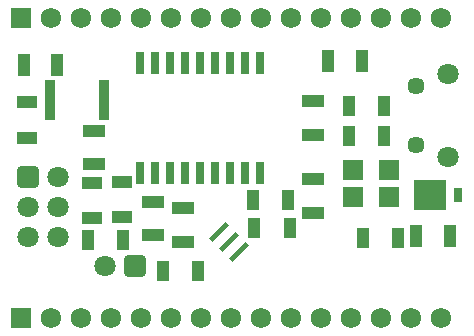
<source format=gbs>
G04*
G04 #@! TF.GenerationSoftware,Altium Limited,Altium Designer,20.0.9 (164)*
G04*
G04 Layer_Color=16711935*
%FSLAX25Y25*%
%MOIN*%
G70*
G01*
G75*
%ADD35R,0.04055X0.07362*%
%ADD36R,0.06890X0.06693*%
%ADD40R,0.04134X0.07087*%
%ADD47R,0.06791X0.06791*%
%ADD48C,0.06791*%
%ADD49C,0.05709*%
%ADD50C,0.07087*%
G04:AMPARAMS|DCode=51|XSize=70.87mil|YSize=70.87mil|CornerRadius=8.86mil|HoleSize=0mil|Usage=FLASHONLY|Rotation=270.000|XOffset=0mil|YOffset=0mil|HoleType=Round|Shape=RoundedRectangle|*
%AMROUNDEDRECTD51*
21,1,0.07087,0.05315,0,0,270.0*
21,1,0.05315,0.07087,0,0,270.0*
1,1,0.01772,-0.02657,-0.02657*
1,1,0.01772,-0.02657,0.02657*
1,1,0.01772,0.02657,0.02657*
1,1,0.01772,0.02657,-0.02657*
%
%ADD51ROUNDEDRECTD51*%
G04:AMPARAMS|DCode=52|XSize=70.87mil|YSize=70.87mil|CornerRadius=8.86mil|HoleSize=0mil|Usage=FLASHONLY|Rotation=180.000|XOffset=0mil|YOffset=0mil|HoleType=Round|Shape=RoundedRectangle|*
%AMROUNDEDRECTD52*
21,1,0.07087,0.05315,0,0,180.0*
21,1,0.05315,0.07087,0,0,180.0*
1,1,0.01772,-0.02657,0.02657*
1,1,0.01772,0.02657,0.02657*
1,1,0.01772,0.02657,-0.02657*
1,1,0.01772,-0.02657,-0.02657*
%
%ADD52ROUNDEDRECTD52*%
%ADD56R,0.03347X0.13504*%
%ADD57R,0.02559X0.07284*%
%ADD58R,0.03000X0.05000*%
%ADD59R,0.10512X0.10000*%
%ADD60R,0.07362X0.04055*%
%ADD61R,0.07087X0.04134*%
G04:AMPARAMS|DCode=62|XSize=78.74mil|YSize=15.75mil|CornerRadius=0mil|HoleSize=0mil|Usage=FLASHONLY|Rotation=45.000|XOffset=0mil|YOffset=0mil|HoleType=Round|Shape=Rectangle|*
%AMROTATEDRECTD62*
4,1,4,-0.02227,-0.03341,-0.03341,-0.02227,0.02227,0.03341,0.03341,0.02227,-0.02227,-0.03341,0.0*
%
%ADD62ROTATEDRECTD62*%

D35*
X19370Y90551D02*
D03*
X8189D02*
D03*
X109764Y91732D02*
D03*
X120945D02*
D03*
X150276Y33465D02*
D03*
X139094D02*
D03*
D36*
X118110Y55709D02*
D03*
Y46654D02*
D03*
X129921Y55709D02*
D03*
Y46654D02*
D03*
D40*
X121260Y32776D02*
D03*
X133071D02*
D03*
X116535Y66929D02*
D03*
X128347D02*
D03*
X116535Y76772D02*
D03*
X128347D02*
D03*
X54626Y22047D02*
D03*
X66437D02*
D03*
X85039Y36319D02*
D03*
X96850D02*
D03*
X84547Y45472D02*
D03*
X96358D02*
D03*
X41339Y32283D02*
D03*
X29528Y32283D02*
D03*
D47*
X7480Y6299D02*
D03*
Y106299D02*
D03*
D48*
X17480Y6299D02*
D03*
X27480D02*
D03*
X37480D02*
D03*
X47480D02*
D03*
X57480D02*
D03*
X67480D02*
D03*
X77480D02*
D03*
X87480D02*
D03*
X97480D02*
D03*
X107480D02*
D03*
X117480D02*
D03*
X127480D02*
D03*
X137480D02*
D03*
X147480D02*
D03*
X17480Y106299D02*
D03*
X27480D02*
D03*
X37480D02*
D03*
X47480D02*
D03*
X57480D02*
D03*
X67480D02*
D03*
X77480D02*
D03*
X87480D02*
D03*
X97480D02*
D03*
X107480D02*
D03*
X117480D02*
D03*
X127480D02*
D03*
X137480D02*
D03*
X147480D02*
D03*
D49*
X138977Y83649D02*
D03*
Y63964D02*
D03*
D50*
X149606Y60027D02*
D03*
Y87586D02*
D03*
X19526Y53307D02*
D03*
X9526Y43307D02*
D03*
Y33307D02*
D03*
X19526D02*
D03*
Y43307D02*
D03*
X35433Y23622D02*
D03*
D51*
X9526Y53307D02*
D03*
D52*
X45433Y23622D02*
D03*
D56*
X16929Y78740D02*
D03*
X35039D02*
D03*
D57*
X46929Y91240D02*
D03*
X51929D02*
D03*
X56929D02*
D03*
X61929D02*
D03*
X66929D02*
D03*
X71929D02*
D03*
X76929D02*
D03*
X81929D02*
D03*
X86929D02*
D03*
Y54429D02*
D03*
X81929D02*
D03*
X76929D02*
D03*
X71929D02*
D03*
X66929D02*
D03*
X61929D02*
D03*
X56929D02*
D03*
X51929D02*
D03*
X46929D02*
D03*
D58*
X152963Y47244D02*
D03*
D59*
X143707D02*
D03*
D60*
X104724Y52441D02*
D03*
Y41260D02*
D03*
Y78425D02*
D03*
Y67244D02*
D03*
X31496Y57402D02*
D03*
Y68583D02*
D03*
X51181Y33779D02*
D03*
Y44961D02*
D03*
X61221Y42795D02*
D03*
Y31614D02*
D03*
D61*
X40945Y51575D02*
D03*
Y39764D02*
D03*
X30994Y51378D02*
D03*
Y39567D02*
D03*
X9215Y78091D02*
D03*
Y66280D02*
D03*
D62*
X73240Y35028D02*
D03*
X76581Y31687D02*
D03*
X79921Y28346D02*
D03*
M02*

</source>
